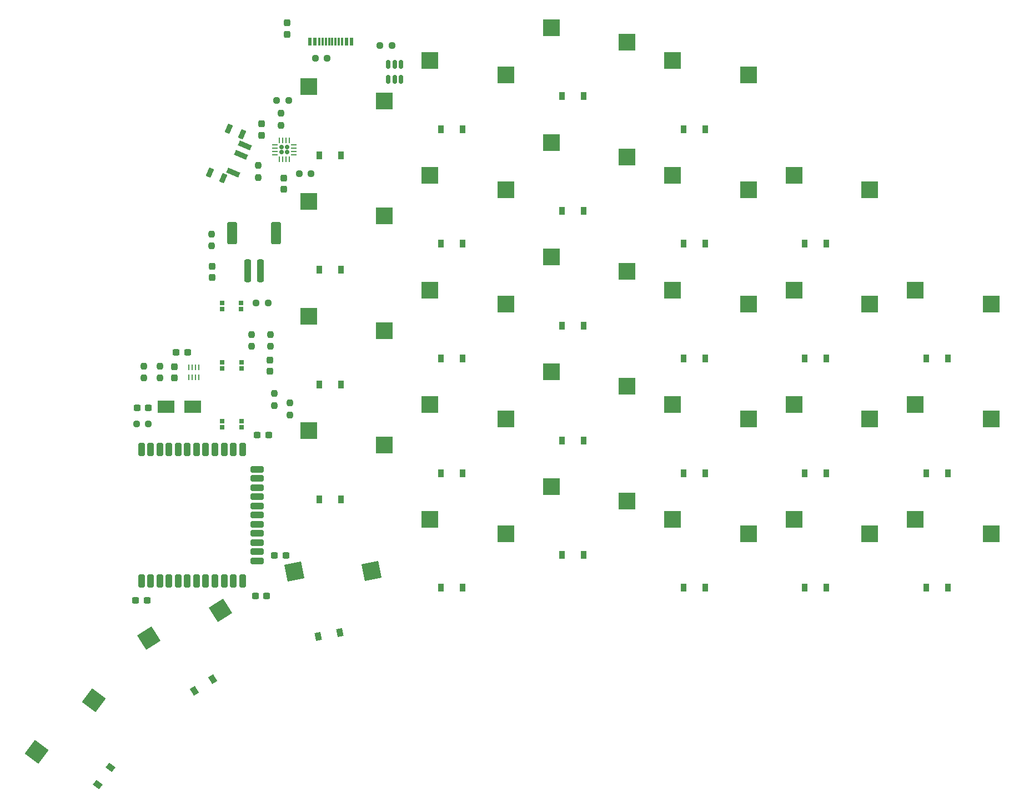
<source format=gbr>
%TF.GenerationSoftware,KiCad,Pcbnew,7.0.1*%
%TF.CreationDate,2023-03-18T23:25:57+01:00*%
%TF.ProjectId,grapto-v3w-right,67726170-746f-42d7-9633-772d72696768,v1.0.0*%
%TF.SameCoordinates,Original*%
%TF.FileFunction,Paste,Bot*%
%TF.FilePolarity,Positive*%
%FSLAX46Y46*%
G04 Gerber Fmt 4.6, Leading zero omitted, Abs format (unit mm)*
G04 Created by KiCad (PCBNEW 7.0.1) date 2023-03-18 23:25:57*
%MOMM*%
%LPD*%
G01*
G04 APERTURE LIST*
G04 Aperture macros list*
%AMRoundRect*
0 Rectangle with rounded corners*
0 $1 Rounding radius*
0 $2 $3 $4 $5 $6 $7 $8 $9 X,Y pos of 4 corners*
0 Add a 4 corners polygon primitive as box body*
4,1,4,$2,$3,$4,$5,$6,$7,$8,$9,$2,$3,0*
0 Add four circle primitives for the rounded corners*
1,1,$1+$1,$2,$3*
1,1,$1+$1,$4,$5*
1,1,$1+$1,$6,$7*
1,1,$1+$1,$8,$9*
0 Add four rect primitives between the rounded corners*
20,1,$1+$1,$2,$3,$4,$5,0*
20,1,$1+$1,$4,$5,$6,$7,0*
20,1,$1+$1,$6,$7,$8,$9,0*
20,1,$1+$1,$8,$9,$2,$3,0*%
%AMRotRect*
0 Rectangle, with rotation*
0 The origin of the aperture is its center*
0 $1 length*
0 $2 width*
0 $3 Rotation angle, in degrees counterclockwise*
0 Add horizontal line*
21,1,$1,$2,0,0,$3*%
G04 Aperture macros list end*
%ADD10R,0.900000X1.200000*%
%ADD11RotRect,0.900000X1.200000X32.220000*%
%ADD12R,2.600000X2.600000*%
%ADD13RotRect,2.600000X2.600000X52.940000*%
%ADD14RotRect,2.600000X2.600000X11.500000*%
%ADD15RotRect,0.900000X1.200000X52.940000*%
%ADD16RotRect,2.600000X2.600000X32.220000*%
%ADD17RotRect,0.900000X1.200000X11.500000*%
%ADD18RoundRect,0.237500X-0.237500X0.287500X-0.237500X-0.287500X0.237500X-0.287500X0.237500X0.287500X0*%
%ADD19RoundRect,0.250000X-0.250000X0.750000X-0.250000X-0.750000X0.250000X-0.750000X0.250000X0.750000X0*%
%ADD20RoundRect,0.250000X0.750000X0.250000X-0.750000X0.250000X-0.750000X-0.250000X0.750000X-0.250000X0*%
%ADD21RoundRect,0.250000X0.250000X-0.750000X0.250000X0.750000X-0.250000X0.750000X-0.250000X-0.750000X0*%
%ADD22RoundRect,0.237500X0.237500X-0.300000X0.237500X0.300000X-0.237500X0.300000X-0.237500X-0.300000X0*%
%ADD23RoundRect,0.237500X0.237500X-0.250000X0.237500X0.250000X-0.237500X0.250000X-0.237500X-0.250000X0*%
%ADD24RoundRect,0.237500X0.300000X0.237500X-0.300000X0.237500X-0.300000X-0.237500X0.300000X-0.237500X0*%
%ADD25R,0.700000X0.700000*%
%ADD26RoundRect,0.237500X-0.237500X0.250000X-0.237500X-0.250000X0.237500X-0.250000X0.237500X0.250000X0*%
%ADD27RoundRect,0.150000X-0.150000X0.512500X-0.150000X-0.512500X0.150000X-0.512500X0.150000X0.512500X0*%
%ADD28RotRect,1.400000X0.800000X66.800000*%
%ADD29RotRect,0.800000X2.000000X66.800000*%
%ADD30RoundRect,0.062500X-0.062500X0.337500X-0.062500X-0.337500X0.062500X-0.337500X0.062500X0.337500X0*%
%ADD31RoundRect,0.160000X0.160000X0.160000X-0.160000X0.160000X-0.160000X-0.160000X0.160000X-0.160000X0*%
%ADD32RoundRect,0.062500X0.375000X0.062500X-0.375000X0.062500X-0.375000X-0.062500X0.375000X-0.062500X0*%
%ADD33RoundRect,0.062500X0.062500X0.375000X-0.062500X0.375000X-0.062500X-0.375000X0.062500X-0.375000X0*%
%ADD34RoundRect,0.250000X-0.250000X-1.500000X0.250000X-1.500000X0.250000X1.500000X-0.250000X1.500000X0*%
%ADD35RoundRect,0.250001X-0.499999X-1.449999X0.499999X-1.449999X0.499999X1.449999X-0.499999X1.449999X0*%
%ADD36R,0.600000X1.150000*%
%ADD37R,0.300000X1.150000*%
%ADD38RoundRect,0.237500X0.250000X0.237500X-0.250000X0.237500X-0.250000X-0.237500X0.250000X-0.237500X0*%
%ADD39RoundRect,0.237500X-0.237500X0.300000X-0.237500X-0.300000X0.237500X-0.300000X0.237500X0.300000X0*%
%ADD40RoundRect,0.237500X-0.250000X-0.237500X0.250000X-0.237500X0.250000X0.237500X-0.250000X0.237500X0*%
%ADD41RoundRect,0.237500X-0.300000X-0.237500X0.300000X-0.237500X0.300000X0.237500X-0.300000X0.237500X0*%
%ADD42RoundRect,0.237500X0.237500X-0.287500X0.237500X0.287500X-0.237500X0.287500X-0.237500X-0.287500X0*%
%ADD43R,2.500000X1.900000*%
G04 APERTURE END LIST*
D10*
%TO.C,D43*%
X164350000Y-162000000D03*
X167650000Y-162000000D03*
%TD*%
%TO.C,D68*%
X182850000Y-149500000D03*
X186150000Y-149500000D03*
%TD*%
%TO.C,D51*%
X145850000Y-114500000D03*
X149150000Y-114500000D03*
%TD*%
%TO.C,D73*%
X164350000Y-144500000D03*
X167650000Y-144500000D03*
%TD*%
%TO.C,D78*%
X145850000Y-149500000D03*
X149150000Y-149500000D03*
%TD*%
%TO.C,D49*%
X145850000Y-149500000D03*
X149150000Y-149500000D03*
%TD*%
D11*
%TO.C,D57*%
X108303354Y-200183526D03*
X111095178Y-198424060D03*
%TD*%
D10*
%TO.C,D66*%
X182850000Y-184500000D03*
X186150000Y-184500000D03*
%TD*%
%TO.C,D62*%
X201350000Y-184500000D03*
X204650000Y-184500000D03*
%TD*%
%TO.C,D44*%
X164350000Y-144500000D03*
X167650000Y-144500000D03*
%TD*%
%TO.C,D37*%
X182850000Y-184500000D03*
X186150000Y-184500000D03*
%TD*%
D12*
%TO.C,S64*%
X199725000Y-139050000D03*
X211275000Y-141250000D03*
%TD*%
D10*
%TO.C,D54*%
X127350000Y-136000000D03*
X130650000Y-136000000D03*
%TD*%
D12*
%TO.C,S32*%
X218225000Y-139050000D03*
X229775000Y-141250000D03*
%TD*%
D10*
%TO.C,D69*%
X182850000Y-132000000D03*
X186150000Y-132000000D03*
%TD*%
D12*
%TO.C,S45*%
X162725000Y-116550000D03*
X174275000Y-118750000D03*
%TD*%
%TO.C,S76*%
X144225000Y-174050000D03*
X155775000Y-176250000D03*
%TD*%
D10*
%TO.C,D71*%
X164350000Y-179500000D03*
X167650000Y-179500000D03*
%TD*%
D12*
%TO.C,S51*%
X144225000Y-104050000D03*
X155775000Y-106250000D03*
%TD*%
D10*
%TO.C,D33*%
X201350000Y-184500000D03*
X204650000Y-184500000D03*
%TD*%
D12*
%TO.C,S52*%
X125725000Y-160550000D03*
X137275000Y-162750000D03*
%TD*%
D10*
%TO.C,D82*%
X127350000Y-153500000D03*
X130650000Y-153500000D03*
%TD*%
D11*
%TO.C,D86*%
X108303354Y-200183526D03*
X111095178Y-198424060D03*
%TD*%
D12*
%TO.C,S79*%
X144225000Y-121550000D03*
X155775000Y-123750000D03*
%TD*%
%TO.C,S70*%
X181225000Y-104050000D03*
X192775000Y-106250000D03*
%TD*%
D13*
%TO.C,S87*%
X84211489Y-209563859D03*
X92927719Y-201672736D03*
%TD*%
D12*
%TO.C,S61*%
X218225000Y-139050000D03*
X229775000Y-141250000D03*
%TD*%
D10*
%TO.C,D83*%
X127350000Y-136000000D03*
X130650000Y-136000000D03*
%TD*%
%TO.C,D63*%
X201350000Y-167000000D03*
X204650000Y-167000000D03*
%TD*%
D12*
%TO.C,S72*%
X162725000Y-151550000D03*
X174275000Y-153750000D03*
%TD*%
%TO.C,S47*%
X144225000Y-174050000D03*
X155775000Y-176250000D03*
%TD*%
%TO.C,S84*%
X125725000Y-108050000D03*
X137275000Y-110250000D03*
%TD*%
%TO.C,S33*%
X199725000Y-174050000D03*
X211275000Y-176250000D03*
%TD*%
%TO.C,S40*%
X181225000Y-121550000D03*
X192775000Y-123750000D03*
%TD*%
D14*
%TO.C,S85*%
X123533569Y-182043031D03*
X135290309Y-181896166D03*
%TD*%
D12*
%TO.C,S38*%
X181225000Y-156550000D03*
X192775000Y-158750000D03*
%TD*%
%TO.C,S82*%
X125725000Y-143050000D03*
X137275000Y-145250000D03*
%TD*%
%TO.C,S36*%
X199725000Y-121550000D03*
X211275000Y-123750000D03*
%TD*%
D15*
%TO.C,D58*%
X93529948Y-214564804D03*
X95518696Y-211931388D03*
%TD*%
D10*
%TO.C,D55*%
X127350000Y-118500000D03*
X130650000Y-118500000D03*
%TD*%
D12*
%TO.C,S67*%
X181225000Y-156550000D03*
X192775000Y-158750000D03*
%TD*%
%TO.C,S78*%
X144225000Y-139050000D03*
X155775000Y-141250000D03*
%TD*%
%TO.C,S50*%
X144225000Y-121550000D03*
X155775000Y-123750000D03*
%TD*%
%TO.C,S37*%
X181225000Y-174050000D03*
X192775000Y-176250000D03*
%TD*%
%TO.C,S49*%
X144225000Y-139050000D03*
X155775000Y-141250000D03*
%TD*%
%TO.C,S83*%
X125725000Y-125550000D03*
X137275000Y-127750000D03*
%TD*%
%TO.C,S39*%
X181225000Y-139050000D03*
X192775000Y-141250000D03*
%TD*%
D10*
%TO.C,D64*%
X201350000Y-149500000D03*
X204650000Y-149500000D03*
%TD*%
%TO.C,D41*%
X182850000Y-114500000D03*
X186150000Y-114500000D03*
%TD*%
D12*
%TO.C,S60*%
X218225000Y-156550000D03*
X229775000Y-158750000D03*
%TD*%
D10*
%TO.C,D52*%
X127350000Y-171000000D03*
X130650000Y-171000000D03*
%TD*%
%TO.C,D39*%
X182850000Y-149500000D03*
X186150000Y-149500000D03*
%TD*%
D12*
%TO.C,S42*%
X162725000Y-169050000D03*
X174275000Y-171250000D03*
%TD*%
D10*
%TO.C,D45*%
X164350000Y-127000000D03*
X167650000Y-127000000D03*
%TD*%
D12*
%TO.C,S62*%
X199725000Y-174050000D03*
X211275000Y-176250000D03*
%TD*%
%TO.C,S66*%
X181225000Y-174050000D03*
X192775000Y-176250000D03*
%TD*%
D10*
%TO.C,D50*%
X145850000Y-132000000D03*
X149150000Y-132000000D03*
%TD*%
%TO.C,D60*%
X219850000Y-167000000D03*
X223150000Y-167000000D03*
%TD*%
%TO.C,D59*%
X219850000Y-184500000D03*
X223150000Y-184500000D03*
%TD*%
D12*
%TO.C,S73*%
X162725000Y-134050000D03*
X174275000Y-136250000D03*
%TD*%
D16*
%TO.C,S57*%
X101356950Y-192209156D03*
X112301309Y-187912239D03*
%TD*%
D12*
%TO.C,S55*%
X125725000Y-108050000D03*
X137275000Y-110250000D03*
%TD*%
D13*
%TO.C,S58*%
X84211489Y-209563859D03*
X92927719Y-201672736D03*
%TD*%
D12*
%TO.C,S44*%
X162725000Y-134050000D03*
X174275000Y-136250000D03*
%TD*%
D10*
%TO.C,D53*%
X127350000Y-153500000D03*
X130650000Y-153500000D03*
%TD*%
%TO.C,D42*%
X164350000Y-179500000D03*
X167650000Y-179500000D03*
%TD*%
D14*
%TO.C,S56*%
X123533569Y-182043031D03*
X135290309Y-181896166D03*
%TD*%
D10*
%TO.C,D65*%
X201350000Y-132000000D03*
X204650000Y-132000000D03*
%TD*%
%TO.C,D76*%
X145850000Y-184500000D03*
X149150000Y-184500000D03*
%TD*%
D12*
%TO.C,S31*%
X218225000Y-156550000D03*
X229775000Y-158750000D03*
%TD*%
%TO.C,S59*%
X218225000Y-174050000D03*
X229775000Y-176250000D03*
%TD*%
D10*
%TO.C,D84*%
X127350000Y-118500000D03*
X130650000Y-118500000D03*
%TD*%
%TO.C,D79*%
X145850000Y-132000000D03*
X149150000Y-132000000D03*
%TD*%
D12*
%TO.C,S81*%
X125725000Y-160550000D03*
X137275000Y-162750000D03*
%TD*%
D16*
%TO.C,S86*%
X101356950Y-192209156D03*
X112301309Y-187912239D03*
%TD*%
D10*
%TO.C,D48*%
X145850000Y-167000000D03*
X149150000Y-167000000D03*
%TD*%
%TO.C,D35*%
X201350000Y-149500000D03*
X204650000Y-149500000D03*
%TD*%
%TO.C,D72*%
X164350000Y-162000000D03*
X167650000Y-162000000D03*
%TD*%
%TO.C,D67*%
X182850000Y-167000000D03*
X186150000Y-167000000D03*
%TD*%
%TO.C,D34*%
X201350000Y-167000000D03*
X204650000Y-167000000D03*
%TD*%
D12*
%TO.C,S46*%
X162725000Y-99050000D03*
X174275000Y-101250000D03*
%TD*%
%TO.C,S54*%
X125725000Y-125550000D03*
X137275000Y-127750000D03*
%TD*%
%TO.C,S68*%
X181225000Y-139050000D03*
X192775000Y-141250000D03*
%TD*%
D10*
%TO.C,D70*%
X182850000Y-114500000D03*
X186150000Y-114500000D03*
%TD*%
D12*
%TO.C,S80*%
X144225000Y-104050000D03*
X155775000Y-106250000D03*
%TD*%
D10*
%TO.C,D40*%
X182850000Y-132000000D03*
X186150000Y-132000000D03*
%TD*%
D12*
%TO.C,S77*%
X144225000Y-156550000D03*
X155775000Y-158750000D03*
%TD*%
%TO.C,S30*%
X218225000Y-174050000D03*
X229775000Y-176250000D03*
%TD*%
D10*
%TO.C,D80*%
X145850000Y-114500000D03*
X149150000Y-114500000D03*
%TD*%
%TO.C,D36*%
X201350000Y-132000000D03*
X204650000Y-132000000D03*
%TD*%
%TO.C,D75*%
X164350000Y-109500000D03*
X167650000Y-109500000D03*
%TD*%
D12*
%TO.C,S65*%
X199725000Y-121550000D03*
X211275000Y-123750000D03*
%TD*%
D10*
%TO.C,D74*%
X164350000Y-127000000D03*
X167650000Y-127000000D03*
%TD*%
D12*
%TO.C,S71*%
X162725000Y-169050000D03*
X174275000Y-171250000D03*
%TD*%
D17*
%TO.C,D85*%
X127209341Y-191959272D03*
X130443093Y-191301358D03*
%TD*%
D15*
%TO.C,D87*%
X93529948Y-214564804D03*
X95518696Y-211931388D03*
%TD*%
D12*
%TO.C,S74*%
X162725000Y-116550000D03*
X174275000Y-118750000D03*
%TD*%
%TO.C,S75*%
X162725000Y-99050000D03*
X174275000Y-101250000D03*
%TD*%
D17*
%TO.C,D56*%
X127209341Y-191959272D03*
X130443093Y-191301358D03*
%TD*%
D10*
%TO.C,D61*%
X219850000Y-149500000D03*
X223150000Y-149500000D03*
%TD*%
D12*
%TO.C,S69*%
X181225000Y-121550000D03*
X192775000Y-123750000D03*
%TD*%
D10*
%TO.C,D47*%
X145850000Y-184500000D03*
X149150000Y-184500000D03*
%TD*%
D12*
%TO.C,S34*%
X199725000Y-156550000D03*
X211275000Y-158750000D03*
%TD*%
D10*
%TO.C,D77*%
X145850000Y-167000000D03*
X149150000Y-167000000D03*
%TD*%
%TO.C,D46*%
X164350000Y-109500000D03*
X167650000Y-109500000D03*
%TD*%
%TO.C,D38*%
X182850000Y-167000000D03*
X186150000Y-167000000D03*
%TD*%
D12*
%TO.C,S35*%
X199725000Y-139050000D03*
X211275000Y-141250000D03*
%TD*%
%TO.C,S48*%
X144225000Y-156550000D03*
X155775000Y-158750000D03*
%TD*%
%TO.C,S53*%
X125725000Y-143050000D03*
X137275000Y-145250000D03*
%TD*%
D10*
%TO.C,D81*%
X127350000Y-171000000D03*
X130650000Y-171000000D03*
%TD*%
D12*
%TO.C,S43*%
X162725000Y-151550000D03*
X174275000Y-153750000D03*
%TD*%
%TO.C,S41*%
X181225000Y-104050000D03*
X192775000Y-106250000D03*
%TD*%
%TO.C,S63*%
X199725000Y-156550000D03*
X211275000Y-158750000D03*
%TD*%
D18*
%TO.C,F4*%
X122420000Y-98285000D03*
X122420000Y-100035000D03*
%TD*%
D19*
%TO.C,U1*%
X100220000Y-163350000D03*
X101620000Y-163350000D03*
X103020000Y-163350000D03*
X104420000Y-163350000D03*
X105820000Y-163350000D03*
X107220000Y-163350000D03*
X108620000Y-163350000D03*
X110020000Y-163350000D03*
X111420000Y-163350000D03*
X112820000Y-163350000D03*
X114220000Y-163350000D03*
X115620000Y-163350000D03*
D20*
X117820000Y-166400000D03*
X117820000Y-167800000D03*
X117820000Y-169200000D03*
X117820000Y-170600000D03*
X117820000Y-172000000D03*
X117820000Y-173400000D03*
X117820000Y-174800000D03*
X117820000Y-176200000D03*
X117820000Y-177600000D03*
X117820000Y-179000000D03*
X117820000Y-180400000D03*
D21*
X115620000Y-183450000D03*
X114220000Y-183450000D03*
X112820000Y-183450000D03*
X111420000Y-183450000D03*
X110020000Y-183450000D03*
X108620000Y-183450000D03*
X107220000Y-183450000D03*
X105820000Y-183450000D03*
X104420000Y-183450000D03*
X103020000Y-183450000D03*
X101620000Y-183450000D03*
X100220000Y-183450000D03*
%TD*%
D22*
%TO.C,C1*%
X118530000Y-115452500D03*
X118530000Y-113727500D03*
%TD*%
D23*
%TO.C,R5*%
X103000000Y-152492500D03*
X103000000Y-150667500D03*
%TD*%
D24*
%TO.C,C16*%
X107252500Y-148540000D03*
X105527500Y-148540000D03*
%TD*%
D22*
%TO.C,C2*%
X105280000Y-152472500D03*
X105280000Y-150747500D03*
%TD*%
D25*
%TO.C,D31*%
X115450000Y-150060000D03*
X112550000Y-150060000D03*
X112550000Y-151010000D03*
X115450000Y-151010000D03*
%TD*%
D24*
%TO.C,C3*%
X101062500Y-186400000D03*
X99337500Y-186400000D03*
%TD*%
D26*
%TO.C,R9*%
X100600000Y-150670000D03*
X100600000Y-152495000D03*
%TD*%
%TO.C,R19*%
X119850000Y-145847500D03*
X119850000Y-147672500D03*
%TD*%
D27*
%TO.C,U3*%
X137875000Y-104612500D03*
X138825000Y-104612500D03*
X139775000Y-104612500D03*
X139775000Y-106887500D03*
X138825000Y-106887500D03*
X137875000Y-106887500D03*
%TD*%
D28*
%TO.C,SW31*%
X110677748Y-121151507D03*
X112709038Y-122022119D03*
X113553524Y-114441819D03*
X115584814Y-115312431D03*
D29*
X114225648Y-121148968D03*
X115407474Y-118391562D03*
X115998387Y-117012859D03*
%TD*%
D24*
%TO.C,C17*%
X101252500Y-157020000D03*
X99527500Y-157020000D03*
%TD*%
D30*
%TO.C,U2*%
X107430000Y-150895000D03*
X107930000Y-150895000D03*
X108430000Y-150895000D03*
X108930000Y-150895000D03*
X108930000Y-152345000D03*
X108430000Y-152345000D03*
X107930000Y-152345000D03*
X107430000Y-152345000D03*
%TD*%
D31*
%TO.C,U4*%
X122412500Y-118050000D03*
X122412500Y-117250000D03*
X121612500Y-118050000D03*
X121612500Y-117250000D03*
D32*
X123450000Y-116900000D03*
X123450000Y-117400000D03*
X123450000Y-117900000D03*
X123450000Y-118400000D03*
D33*
X122762500Y-119087500D03*
X122262500Y-119087500D03*
X121762500Y-119087500D03*
X121262500Y-119087500D03*
D32*
X120575000Y-118400000D03*
X120575000Y-117900000D03*
X120575000Y-117400000D03*
X120575000Y-116900000D03*
D33*
X121262500Y-116212500D03*
X121762500Y-116212500D03*
X122262500Y-116212500D03*
X122762500Y-116212500D03*
%TD*%
D24*
%TO.C,C7*%
X122245000Y-179580000D03*
X120520000Y-179580000D03*
%TD*%
D23*
%TO.C,R30*%
X116990000Y-147660000D03*
X116990000Y-145835000D03*
%TD*%
D34*
%TO.C,J1*%
X116390000Y-136150000D03*
X118390000Y-136150000D03*
D35*
X114040000Y-130400000D03*
X120740000Y-130400000D03*
%TD*%
D36*
%TO.C,J6*%
X125870000Y-101165000D03*
X126670000Y-101165000D03*
D37*
X127820000Y-101165000D03*
X128820000Y-101165000D03*
X129320000Y-101165000D03*
X130320000Y-101165000D03*
D36*
X131470000Y-101165000D03*
X132270000Y-101165000D03*
X132270000Y-101165000D03*
X131470000Y-101165000D03*
D37*
X130820000Y-101165000D03*
X129820000Y-101165000D03*
X128320000Y-101165000D03*
X127320000Y-101165000D03*
D36*
X126670000Y-101165000D03*
X125870000Y-101165000D03*
%TD*%
D23*
%TO.C,R8*%
X121500000Y-113912500D03*
X121500000Y-112087500D03*
%TD*%
D25*
%TO.C,D30*%
X115440000Y-141060000D03*
X112540000Y-141060000D03*
X112540000Y-142010000D03*
X115440000Y-142010000D03*
%TD*%
D38*
%TO.C,R2*%
X101300000Y-159500000D03*
X99475000Y-159500000D03*
%TD*%
D39*
%TO.C,C5*%
X119830000Y-149747500D03*
X119830000Y-151472500D03*
%TD*%
D26*
%TO.C,R7*%
X118000000Y-120037500D03*
X118000000Y-121862500D03*
%TD*%
D40*
%TO.C,R20*%
X126737500Y-103700000D03*
X128562500Y-103700000D03*
%TD*%
D38*
%TO.C,R1*%
X119512500Y-141000000D03*
X117687500Y-141000000D03*
%TD*%
D39*
%TO.C,C10*%
X121890000Y-121950000D03*
X121890000Y-123675000D03*
%TD*%
D41*
%TO.C,C6*%
X117887500Y-161200000D03*
X119612500Y-161200000D03*
%TD*%
D25*
%TO.C,D32*%
X115450000Y-159050000D03*
X112550000Y-159050000D03*
X112550000Y-160000000D03*
X115450000Y-160000000D03*
%TD*%
D40*
%TO.C,R23*%
X136587500Y-101750000D03*
X138412500Y-101750000D03*
%TD*%
D26*
%TO.C,R25*%
X122850000Y-156287500D03*
X122850000Y-158112500D03*
%TD*%
%TO.C,R24*%
X120450000Y-154837500D03*
X120450000Y-156662500D03*
%TD*%
D23*
%TO.C,R14*%
X110890000Y-132352500D03*
X110890000Y-130527500D03*
%TD*%
D42*
%TO.C,F3*%
X111000000Y-137185000D03*
X111000000Y-135435000D03*
%TD*%
D41*
%TO.C,C4*%
X117565000Y-185760000D03*
X119290000Y-185760000D03*
%TD*%
D43*
%TO.C,L2*%
X108070000Y-156910000D03*
X103970000Y-156910000D03*
%TD*%
D38*
%TO.C,R4*%
X126100000Y-121350000D03*
X124275000Y-121350000D03*
%TD*%
%TO.C,R13*%
X122682500Y-110150000D03*
X120857500Y-110150000D03*
%TD*%
M02*

</source>
